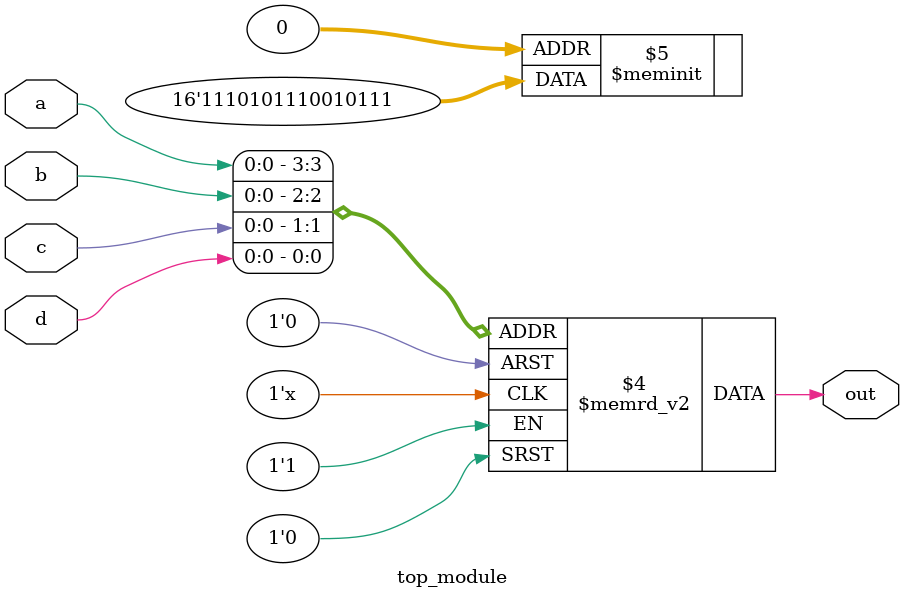
<source format=sv>
module top_module (
    input a, 
    input b,
    input c,
    input d,
    output reg out
);

always @(*) begin
    case ({a, b, c, d})
        4'b0000: out = 1'b1;
        4'b0001: out = 1'b1;
        4'b0010: out = 1'b1;
        4'b0011: out = 1'b0;
        4'b0100: out = 1'b1;
        4'b0101: out = 1'b0;
        4'b0110: out = 1'b0;
        4'b0111: out = 1'b1;
        4'b1000: out = 1'b1;
        4'b1001: out = 1'b1;
        4'b1010: out = 1'b0;
        4'b1011: out = 1'b1;
        4'b1100: out = 1'b0;
        4'b1101: out = 1'b1;
        4'b1110: out = 1'b1;
        4'b1111: out = 1'b1;
    endcase
end

endmodule

</source>
